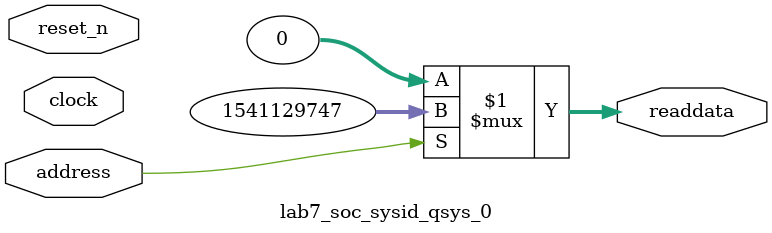
<source format=v>



// synthesis translate_off
`timescale 1ns / 1ps
// synthesis translate_on

// turn off superfluous verilog processor warnings 
// altera message_level Level1 
// altera message_off 10034 10035 10036 10037 10230 10240 10030 

module lab7_soc_sysid_qsys_0 (
               // inputs:
                address,
                clock,
                reset_n,

               // outputs:
                readdata
             )
;

  output  [ 31: 0] readdata;
  input            address;
  input            clock;
  input            reset_n;

  wire    [ 31: 0] readdata;
  //control_slave, which is an e_avalon_slave
  assign readdata = address ? 1541129747 : 0;

endmodule



</source>
